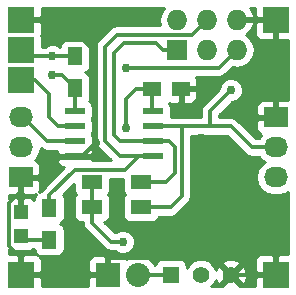
<source format=gtl>
G04 #@! TF.FileFunction,Copper,L1,Top,Signal*
%FSLAX46Y46*%
G04 Gerber Fmt 4.6, Leading zero omitted, Abs format (unit mm)*
G04 Created by KiCad (PCBNEW 4.0.2-4+6225~38~ubuntu14.04.1-stable) date Tue 03 May 2016 09:53:41 BST*
%MOMM*%
G01*
G04 APERTURE LIST*
%ADD10C,0.101600*%
%ADD11R,2.032000X1.727200*%
%ADD12O,2.032000X1.727200*%
%ADD13R,1.500000X1.250000*%
%ADD14R,1.300000X1.500000*%
%ADD15R,1.727200X1.727200*%
%ADD16O,1.727200X1.727200*%
%ADD17R,1.198880X1.198880*%
%ADD18R,2.235200X2.235200*%
%ADD19R,1.397000X1.397000*%
%ADD20C,1.397000*%
%ADD21R,1.778000X1.270000*%
%ADD22R,1.778000X0.609600*%
%ADD23R,2.032000X2.032000*%
%ADD24O,2.032000X2.032000*%
%ADD25C,0.762000*%
%ADD26C,0.304800*%
%ADD27C,0.254000*%
G04 APERTURE END LIST*
D10*
D11*
X170753000Y-73618000D03*
D12*
X170753000Y-76158000D03*
X170753000Y-78698000D03*
D11*
X149163000Y-78698000D03*
D12*
X149163000Y-76158000D03*
X149163000Y-73618000D03*
D13*
X160232000Y-71205000D03*
X162732000Y-71205000D03*
D14*
X153735000Y-71158000D03*
X153735000Y-68458000D03*
D15*
X162371000Y-67903000D03*
D16*
X162371000Y-65363000D03*
X164911000Y-67903000D03*
X164911000Y-65363000D03*
X167451000Y-67903000D03*
X167451000Y-65363000D03*
D14*
X151576000Y-81285000D03*
X151576000Y-83985000D03*
D17*
X149163000Y-83717040D03*
X149163000Y-81619000D03*
D18*
X149163000Y-86953000D03*
X170753000Y-86953000D03*
X149163000Y-65363000D03*
X170753000Y-65363000D03*
D19*
X161863000Y-86953000D03*
D20*
X164403000Y-86953000D03*
X166943000Y-86953000D03*
D21*
X155182800Y-81238000D03*
X159323000Y-81238000D03*
X155182800Y-79079000D03*
X159323000Y-79079000D03*
D22*
X160339000Y-73110000D03*
X160339000Y-74380000D03*
X160339000Y-75650000D03*
X160339000Y-76920000D03*
X153735000Y-76920000D03*
X153735000Y-75650000D03*
X153735000Y-74380000D03*
X153735000Y-73110000D03*
D18*
X149163000Y-70443000D03*
X149163000Y-67903000D03*
D23*
X156529000Y-86953000D03*
D24*
X159069000Y-86953000D03*
D25*
X164403000Y-75396000D03*
X162752000Y-73364000D03*
X155513000Y-75777000D03*
X166943000Y-71332000D03*
X158052996Y-69427000D03*
X151830000Y-70062000D03*
X151830000Y-68458000D03*
X158053000Y-74507000D03*
X157799000Y-84158994D03*
D26*
X170753000Y-86953000D02*
X170753000Y-81746000D01*
X170753000Y-81746000D02*
X164403000Y-75396000D01*
X156529000Y-86953000D02*
X156529000Y-85632200D01*
X156529000Y-85632200D02*
X156605201Y-85555999D01*
X156605201Y-85555999D02*
X165545999Y-85555999D01*
X165545999Y-85555999D02*
X166244501Y-86254501D01*
X166244501Y-86254501D02*
X166943000Y-86953000D01*
X162732000Y-71205000D02*
X162732000Y-73344000D01*
X162732000Y-73344000D02*
X162752000Y-73364000D01*
X155513000Y-75777000D02*
X155513000Y-68150198D01*
X155513000Y-68150198D02*
X152725802Y-65363000D01*
X152725802Y-65363000D02*
X150585400Y-65363000D01*
X150585400Y-65363000D02*
X149163000Y-65363000D01*
X153735000Y-76920000D02*
X154370000Y-76920000D01*
X154370000Y-76920000D02*
X155513000Y-75777000D01*
X166943000Y-86953000D02*
X170753000Y-86953000D01*
X149163000Y-78698000D02*
X150687000Y-78698000D01*
X150687000Y-78698000D02*
X152465000Y-76920000D01*
X152465000Y-76920000D02*
X153735000Y-76920000D01*
X149163000Y-86953000D02*
X149163000Y-85530600D01*
X149163000Y-79866400D02*
X149163000Y-78698000D01*
X149163000Y-85530600D02*
X148147000Y-84514600D01*
X148147000Y-84514600D02*
X148147000Y-80882400D01*
X148147000Y-80882400D02*
X149163000Y-79866400D01*
X149163000Y-81619000D02*
X149163000Y-78698000D01*
X166562001Y-71712999D02*
X166943000Y-71332000D01*
X165165000Y-73110000D02*
X166562001Y-71712999D01*
X165165000Y-74380000D02*
X165165000Y-73110000D01*
X160339000Y-74380000D02*
X165165000Y-74380000D01*
X165165000Y-74380000D02*
X166943000Y-74380000D01*
X164911000Y-67903000D02*
X164911000Y-68030000D01*
X160339000Y-74380000D02*
X162752000Y-74380000D01*
X162752000Y-74380000D02*
X162777410Y-74405410D01*
X162777410Y-74405410D02*
X162777410Y-80323590D01*
X162777410Y-80323590D02*
X161863000Y-81238000D01*
X161863000Y-81238000D02*
X159323000Y-81238000D01*
X166943000Y-74380000D02*
X168721000Y-76158000D01*
X168721000Y-76158000D02*
X170753000Y-76158000D01*
X162371000Y-67903000D02*
X161202600Y-67903000D01*
X157545000Y-75650000D02*
X159145200Y-75650000D01*
X161202600Y-67903000D02*
X160599599Y-67299999D01*
X160599599Y-67299999D02*
X157894001Y-67299999D01*
X157894001Y-67299999D02*
X157036998Y-68157002D01*
X157036998Y-68157002D02*
X157036998Y-69792762D01*
X157036998Y-69792762D02*
X157037000Y-69792764D01*
X157037000Y-69792764D02*
X157037000Y-75142000D01*
X157037000Y-75142000D02*
X157545000Y-75650000D01*
X159145200Y-75650000D02*
X160339000Y-75650000D01*
X160339000Y-75650000D02*
X161736000Y-75650000D01*
X161736000Y-75650000D02*
X162244000Y-76158000D01*
X162244000Y-76158000D02*
X162244000Y-78317000D01*
X162244000Y-78317000D02*
X161482000Y-79079000D01*
X161482000Y-79079000D02*
X159450000Y-79079000D01*
X165927000Y-69427000D02*
X158591811Y-69427000D01*
X167451000Y-67903000D02*
X165927000Y-69427000D01*
X158591811Y-69427000D02*
X158052996Y-69427000D01*
X151830000Y-70062000D02*
X152639000Y-70062000D01*
X152639000Y-70062000D02*
X153735000Y-71158000D01*
X153735000Y-71158000D02*
X153735000Y-73110000D01*
X153735000Y-71158000D02*
X153735000Y-71058000D01*
X153735000Y-75650000D02*
X151347400Y-75650000D01*
X151347400Y-75650000D02*
X149315400Y-73618000D01*
X149315400Y-73618000D02*
X149163000Y-73618000D01*
X164911000Y-65363000D02*
X163640999Y-66633001D01*
X163640999Y-66633001D02*
X157290999Y-66633001D01*
X157290999Y-66633001D02*
X156275000Y-67649000D01*
X156275000Y-67649000D02*
X156275000Y-75650000D01*
X157545000Y-76920000D02*
X160339000Y-76920000D01*
X156275000Y-75650000D02*
X157545000Y-76920000D01*
X160339000Y-76920000D02*
X159145200Y-76920000D01*
X151576000Y-80230200D02*
X151576000Y-81285000D01*
X159145200Y-76920000D02*
X158002201Y-78062999D01*
X158002201Y-78062999D02*
X153743201Y-78062999D01*
X153743201Y-78062999D02*
X151576000Y-80230200D01*
X149163000Y-70443000D02*
X150331400Y-70443000D01*
X152338000Y-74380000D02*
X153735000Y-74380000D01*
X150331400Y-70443000D02*
X151576000Y-71687600D01*
X151576000Y-71687600D02*
X151576000Y-73618000D01*
X151576000Y-73618000D02*
X152338000Y-74380000D01*
X160232000Y-71205000D02*
X160232000Y-73003000D01*
X160232000Y-73003000D02*
X160339000Y-73110000D01*
X160232000Y-71205000D02*
X158942000Y-71205000D01*
X158942000Y-71205000D02*
X158053000Y-72094000D01*
X158053000Y-72094000D02*
X158053000Y-74507000D01*
X153735000Y-68458000D02*
X151830000Y-68458000D01*
X151830000Y-68458000D02*
X149718000Y-68458000D01*
X149718000Y-68458000D02*
X149163000Y-67903000D01*
X155182800Y-81238000D02*
X155182800Y-82558800D01*
X155182800Y-82558800D02*
X156782994Y-84158994D01*
X156782994Y-84158994D02*
X157799000Y-84158994D01*
X155182800Y-79079000D02*
X155182800Y-81238000D01*
X151576000Y-83985000D02*
X149430960Y-83985000D01*
X149430960Y-83985000D02*
X149163000Y-83717040D01*
X159069000Y-86953000D02*
X161863000Y-86953000D01*
D27*
G36*
X168164224Y-76714776D02*
X168419675Y-76885463D01*
X168721000Y-76945400D01*
X169326660Y-76945400D01*
X169508585Y-77217670D01*
X169823366Y-77428000D01*
X169508585Y-77638330D01*
X169183729Y-78124511D01*
X169069655Y-78698000D01*
X169183729Y-79271489D01*
X169508585Y-79757670D01*
X169994766Y-80082526D01*
X170568255Y-80196600D01*
X170937745Y-80196600D01*
X171511234Y-80082526D01*
X171748000Y-79924324D01*
X171748000Y-85200400D01*
X171038750Y-85200400D01*
X170880000Y-85359150D01*
X170880000Y-86826000D01*
X170900000Y-86826000D01*
X170900000Y-87080000D01*
X170880000Y-87080000D01*
X170880000Y-87100000D01*
X170626000Y-87100000D01*
X170626000Y-87080000D01*
X169159150Y-87080000D01*
X169000400Y-87238750D01*
X169000400Y-87948000D01*
X167681670Y-87948000D01*
X167697583Y-87887188D01*
X166943000Y-87132605D01*
X166188417Y-87887188D01*
X166204330Y-87948000D01*
X165293764Y-87948000D01*
X165532827Y-87709353D01*
X165666314Y-87387882D01*
X165773200Y-87645929D01*
X166008812Y-87707583D01*
X166763395Y-86953000D01*
X167122605Y-86953000D01*
X167877188Y-87707583D01*
X168112800Y-87645929D01*
X168288927Y-87145520D01*
X168260148Y-86615801D01*
X168112800Y-86260071D01*
X167877188Y-86198417D01*
X167122605Y-86953000D01*
X166763395Y-86953000D01*
X166008812Y-86198417D01*
X165773200Y-86260071D01*
X165674917Y-86539312D01*
X165534146Y-86198620D01*
X165354652Y-86018812D01*
X166188417Y-86018812D01*
X166943000Y-86773395D01*
X167697583Y-86018812D01*
X167635929Y-85783200D01*
X167425369Y-85709090D01*
X169000400Y-85709090D01*
X169000400Y-86667250D01*
X169159150Y-86826000D01*
X170626000Y-86826000D01*
X170626000Y-85359150D01*
X170467250Y-85200400D01*
X169509091Y-85200400D01*
X169275702Y-85297073D01*
X169097073Y-85475701D01*
X169000400Y-85709090D01*
X167425369Y-85709090D01*
X167135520Y-85607073D01*
X166605801Y-85635852D01*
X166250071Y-85783200D01*
X166188417Y-86018812D01*
X165354652Y-86018812D01*
X165159353Y-85823173D01*
X164669413Y-85619732D01*
X164138914Y-85619269D01*
X163648620Y-85821854D01*
X163273173Y-86196647D01*
X163208940Y-86351337D01*
X163208940Y-86254500D01*
X163164662Y-86019183D01*
X163025590Y-85803059D01*
X162813390Y-85658069D01*
X162561500Y-85607060D01*
X161164500Y-85607060D01*
X160929183Y-85651338D01*
X160713059Y-85790410D01*
X160568069Y-86002610D01*
X160535063Y-86165600D01*
X160511975Y-86165600D01*
X160236433Y-85753222D01*
X159700810Y-85395330D01*
X159069000Y-85269655D01*
X158437190Y-85395330D01*
X158100999Y-85619966D01*
X158083327Y-85577302D01*
X157904699Y-85398673D01*
X157671310Y-85302000D01*
X156814750Y-85302000D01*
X156656000Y-85460750D01*
X156656000Y-86826000D01*
X156676000Y-86826000D01*
X156676000Y-87080000D01*
X156656000Y-87080000D01*
X156656000Y-87100000D01*
X156402000Y-87100000D01*
X156402000Y-87080000D01*
X155036750Y-87080000D01*
X154878000Y-87238750D01*
X154878000Y-87948000D01*
X150915600Y-87948000D01*
X150915600Y-87238750D01*
X150756850Y-87080000D01*
X149290000Y-87080000D01*
X149290000Y-87100000D01*
X149036000Y-87100000D01*
X149036000Y-87080000D01*
X149016000Y-87080000D01*
X149016000Y-86826000D01*
X149036000Y-86826000D01*
X149036000Y-85359150D01*
X148877250Y-85200400D01*
X148168000Y-85200400D01*
X148168000Y-84814746D01*
X148311670Y-84912911D01*
X148563560Y-84963920D01*
X149762440Y-84963920D01*
X149997757Y-84919642D01*
X150213881Y-84780570D01*
X150219463Y-84772400D01*
X150285597Y-84772400D01*
X150322838Y-84970317D01*
X150461910Y-85186441D01*
X150598466Y-85279745D01*
X150406909Y-85200400D01*
X149448750Y-85200400D01*
X149290000Y-85359150D01*
X149290000Y-86826000D01*
X150756850Y-86826000D01*
X150915600Y-86667250D01*
X150915600Y-85810691D01*
X154878000Y-85810691D01*
X154878000Y-86667250D01*
X155036750Y-86826000D01*
X156402000Y-86826000D01*
X156402000Y-85460750D01*
X156243250Y-85302000D01*
X155386690Y-85302000D01*
X155153301Y-85398673D01*
X154974673Y-85577302D01*
X154878000Y-85810691D01*
X150915600Y-85810691D01*
X150915600Y-85709090D01*
X150818927Y-85475701D01*
X150674795Y-85331570D01*
X150926000Y-85382440D01*
X152226000Y-85382440D01*
X152461317Y-85338162D01*
X152677441Y-85199090D01*
X152822431Y-84986890D01*
X152873440Y-84735000D01*
X152873440Y-83235000D01*
X152829162Y-82999683D01*
X152690090Y-82783559D01*
X152477890Y-82638569D01*
X152464803Y-82635919D01*
X152677441Y-82499090D01*
X152822431Y-82286890D01*
X152873440Y-82035000D01*
X152873440Y-80535000D01*
X152829162Y-80299683D01*
X152747295Y-80172457D01*
X153646360Y-79273392D01*
X153646360Y-79714000D01*
X153690638Y-79949317D01*
X153827053Y-80161311D01*
X153697369Y-80351110D01*
X153646360Y-80603000D01*
X153646360Y-81873000D01*
X153690638Y-82108317D01*
X153829710Y-82324441D01*
X154041910Y-82469431D01*
X154293800Y-82520440D01*
X154395400Y-82520440D01*
X154395400Y-82558800D01*
X154455337Y-82860125D01*
X154626024Y-83115576D01*
X156226218Y-84715770D01*
X156481669Y-84886457D01*
X156782994Y-84946394D01*
X157149438Y-84946394D01*
X157222731Y-85019815D01*
X157596018Y-85174818D01*
X158000208Y-85175170D01*
X158373766Y-85020819D01*
X158659821Y-84735263D01*
X158814824Y-84361976D01*
X158815176Y-83957786D01*
X158660825Y-83584228D01*
X158375269Y-83298173D01*
X158001982Y-83143170D01*
X157597792Y-83142818D01*
X157224234Y-83297169D01*
X157149679Y-83371594D01*
X157109146Y-83371594D01*
X156228506Y-82490954D01*
X156307117Y-82476162D01*
X156523241Y-82337090D01*
X156668231Y-82124890D01*
X156719240Y-81873000D01*
X156719240Y-80603000D01*
X156674962Y-80367683D01*
X156538547Y-80155689D01*
X156668231Y-79965890D01*
X156719240Y-79714000D01*
X156719240Y-78850399D01*
X157786560Y-78850399D01*
X157786560Y-79714000D01*
X157830838Y-79949317D01*
X157967253Y-80161311D01*
X157837569Y-80351110D01*
X157786560Y-80603000D01*
X157786560Y-81873000D01*
X157830838Y-82108317D01*
X157969910Y-82324441D01*
X158182110Y-82469431D01*
X158434000Y-82520440D01*
X160212000Y-82520440D01*
X160447317Y-82476162D01*
X160663441Y-82337090D01*
X160808431Y-82124890D01*
X160828578Y-82025400D01*
X161863000Y-82025400D01*
X162164325Y-81965463D01*
X162419776Y-81794776D01*
X163334186Y-80880366D01*
X163504873Y-80624915D01*
X163564810Y-80323590D01*
X163564810Y-75167400D01*
X166616848Y-75167400D01*
X168164224Y-76714776D01*
X168164224Y-76714776D01*
G37*
X168164224Y-76714776D02*
X168419675Y-76885463D01*
X168721000Y-76945400D01*
X169326660Y-76945400D01*
X169508585Y-77217670D01*
X169823366Y-77428000D01*
X169508585Y-77638330D01*
X169183729Y-78124511D01*
X169069655Y-78698000D01*
X169183729Y-79271489D01*
X169508585Y-79757670D01*
X169994766Y-80082526D01*
X170568255Y-80196600D01*
X170937745Y-80196600D01*
X171511234Y-80082526D01*
X171748000Y-79924324D01*
X171748000Y-85200400D01*
X171038750Y-85200400D01*
X170880000Y-85359150D01*
X170880000Y-86826000D01*
X170900000Y-86826000D01*
X170900000Y-87080000D01*
X170880000Y-87080000D01*
X170880000Y-87100000D01*
X170626000Y-87100000D01*
X170626000Y-87080000D01*
X169159150Y-87080000D01*
X169000400Y-87238750D01*
X169000400Y-87948000D01*
X167681670Y-87948000D01*
X167697583Y-87887188D01*
X166943000Y-87132605D01*
X166188417Y-87887188D01*
X166204330Y-87948000D01*
X165293764Y-87948000D01*
X165532827Y-87709353D01*
X165666314Y-87387882D01*
X165773200Y-87645929D01*
X166008812Y-87707583D01*
X166763395Y-86953000D01*
X167122605Y-86953000D01*
X167877188Y-87707583D01*
X168112800Y-87645929D01*
X168288927Y-87145520D01*
X168260148Y-86615801D01*
X168112800Y-86260071D01*
X167877188Y-86198417D01*
X167122605Y-86953000D01*
X166763395Y-86953000D01*
X166008812Y-86198417D01*
X165773200Y-86260071D01*
X165674917Y-86539312D01*
X165534146Y-86198620D01*
X165354652Y-86018812D01*
X166188417Y-86018812D01*
X166943000Y-86773395D01*
X167697583Y-86018812D01*
X167635929Y-85783200D01*
X167425369Y-85709090D01*
X169000400Y-85709090D01*
X169000400Y-86667250D01*
X169159150Y-86826000D01*
X170626000Y-86826000D01*
X170626000Y-85359150D01*
X170467250Y-85200400D01*
X169509091Y-85200400D01*
X169275702Y-85297073D01*
X169097073Y-85475701D01*
X169000400Y-85709090D01*
X167425369Y-85709090D01*
X167135520Y-85607073D01*
X166605801Y-85635852D01*
X166250071Y-85783200D01*
X166188417Y-86018812D01*
X165354652Y-86018812D01*
X165159353Y-85823173D01*
X164669413Y-85619732D01*
X164138914Y-85619269D01*
X163648620Y-85821854D01*
X163273173Y-86196647D01*
X163208940Y-86351337D01*
X163208940Y-86254500D01*
X163164662Y-86019183D01*
X163025590Y-85803059D01*
X162813390Y-85658069D01*
X162561500Y-85607060D01*
X161164500Y-85607060D01*
X160929183Y-85651338D01*
X160713059Y-85790410D01*
X160568069Y-86002610D01*
X160535063Y-86165600D01*
X160511975Y-86165600D01*
X160236433Y-85753222D01*
X159700810Y-85395330D01*
X159069000Y-85269655D01*
X158437190Y-85395330D01*
X158100999Y-85619966D01*
X158083327Y-85577302D01*
X157904699Y-85398673D01*
X157671310Y-85302000D01*
X156814750Y-85302000D01*
X156656000Y-85460750D01*
X156656000Y-86826000D01*
X156676000Y-86826000D01*
X156676000Y-87080000D01*
X156656000Y-87080000D01*
X156656000Y-87100000D01*
X156402000Y-87100000D01*
X156402000Y-87080000D01*
X155036750Y-87080000D01*
X154878000Y-87238750D01*
X154878000Y-87948000D01*
X150915600Y-87948000D01*
X150915600Y-87238750D01*
X150756850Y-87080000D01*
X149290000Y-87080000D01*
X149290000Y-87100000D01*
X149036000Y-87100000D01*
X149036000Y-87080000D01*
X149016000Y-87080000D01*
X149016000Y-86826000D01*
X149036000Y-86826000D01*
X149036000Y-85359150D01*
X148877250Y-85200400D01*
X148168000Y-85200400D01*
X148168000Y-84814746D01*
X148311670Y-84912911D01*
X148563560Y-84963920D01*
X149762440Y-84963920D01*
X149997757Y-84919642D01*
X150213881Y-84780570D01*
X150219463Y-84772400D01*
X150285597Y-84772400D01*
X150322838Y-84970317D01*
X150461910Y-85186441D01*
X150598466Y-85279745D01*
X150406909Y-85200400D01*
X149448750Y-85200400D01*
X149290000Y-85359150D01*
X149290000Y-86826000D01*
X150756850Y-86826000D01*
X150915600Y-86667250D01*
X150915600Y-85810691D01*
X154878000Y-85810691D01*
X154878000Y-86667250D01*
X155036750Y-86826000D01*
X156402000Y-86826000D01*
X156402000Y-85460750D01*
X156243250Y-85302000D01*
X155386690Y-85302000D01*
X155153301Y-85398673D01*
X154974673Y-85577302D01*
X154878000Y-85810691D01*
X150915600Y-85810691D01*
X150915600Y-85709090D01*
X150818927Y-85475701D01*
X150674795Y-85331570D01*
X150926000Y-85382440D01*
X152226000Y-85382440D01*
X152461317Y-85338162D01*
X152677441Y-85199090D01*
X152822431Y-84986890D01*
X152873440Y-84735000D01*
X152873440Y-83235000D01*
X152829162Y-82999683D01*
X152690090Y-82783559D01*
X152477890Y-82638569D01*
X152464803Y-82635919D01*
X152677441Y-82499090D01*
X152822431Y-82286890D01*
X152873440Y-82035000D01*
X152873440Y-80535000D01*
X152829162Y-80299683D01*
X152747295Y-80172457D01*
X153646360Y-79273392D01*
X153646360Y-79714000D01*
X153690638Y-79949317D01*
X153827053Y-80161311D01*
X153697369Y-80351110D01*
X153646360Y-80603000D01*
X153646360Y-81873000D01*
X153690638Y-82108317D01*
X153829710Y-82324441D01*
X154041910Y-82469431D01*
X154293800Y-82520440D01*
X154395400Y-82520440D01*
X154395400Y-82558800D01*
X154455337Y-82860125D01*
X154626024Y-83115576D01*
X156226218Y-84715770D01*
X156481669Y-84886457D01*
X156782994Y-84946394D01*
X157149438Y-84946394D01*
X157222731Y-85019815D01*
X157596018Y-85174818D01*
X158000208Y-85175170D01*
X158373766Y-85020819D01*
X158659821Y-84735263D01*
X158814824Y-84361976D01*
X158815176Y-83957786D01*
X158660825Y-83584228D01*
X158375269Y-83298173D01*
X158001982Y-83143170D01*
X157597792Y-83142818D01*
X157224234Y-83297169D01*
X157149679Y-83371594D01*
X157109146Y-83371594D01*
X156228506Y-82490954D01*
X156307117Y-82476162D01*
X156523241Y-82337090D01*
X156668231Y-82124890D01*
X156719240Y-81873000D01*
X156719240Y-80603000D01*
X156674962Y-80367683D01*
X156538547Y-80155689D01*
X156668231Y-79965890D01*
X156719240Y-79714000D01*
X156719240Y-78850399D01*
X157786560Y-78850399D01*
X157786560Y-79714000D01*
X157830838Y-79949317D01*
X157967253Y-80161311D01*
X157837569Y-80351110D01*
X157786560Y-80603000D01*
X157786560Y-81873000D01*
X157830838Y-82108317D01*
X157969910Y-82324441D01*
X158182110Y-82469431D01*
X158434000Y-82520440D01*
X160212000Y-82520440D01*
X160447317Y-82476162D01*
X160663441Y-82337090D01*
X160808431Y-82124890D01*
X160828578Y-82025400D01*
X161863000Y-82025400D01*
X162164325Y-81965463D01*
X162419776Y-81794776D01*
X163334186Y-80880366D01*
X163504873Y-80624915D01*
X163564810Y-80323590D01*
X163564810Y-75167400D01*
X166616848Y-75167400D01*
X168164224Y-76714776D01*
G36*
X160986474Y-64760152D02*
X160872400Y-65333641D01*
X160872400Y-65392359D01*
X160962555Y-65845601D01*
X157290999Y-65845601D01*
X156989674Y-65905538D01*
X156734223Y-66076225D01*
X155718224Y-67092224D01*
X155547537Y-67347675D01*
X155487600Y-67649000D01*
X155487600Y-75650000D01*
X155547537Y-75951325D01*
X155718224Y-76206776D01*
X156787047Y-77275599D01*
X155259000Y-77275599D01*
X155259000Y-77205750D01*
X155100250Y-77047000D01*
X153862000Y-77047000D01*
X153862000Y-77067000D01*
X153608000Y-77067000D01*
X153608000Y-77047000D01*
X152369750Y-77047000D01*
X152211000Y-77205750D01*
X152211000Y-77351109D01*
X152307673Y-77584498D01*
X152486301Y-77763127D01*
X152719690Y-77859800D01*
X152832848Y-77859800D01*
X151019224Y-79673424D01*
X150868973Y-79898290D01*
X150710520Y-79928105D01*
X150717327Y-79921298D01*
X150814000Y-79687909D01*
X150814000Y-78983750D01*
X150655250Y-78825000D01*
X149290000Y-78825000D01*
X149290000Y-80037850D01*
X149448750Y-80196600D01*
X150305310Y-80196600D01*
X150421588Y-80148436D01*
X150329569Y-80283110D01*
X150278560Y-80535000D01*
X150278560Y-80637655D01*
X150122139Y-80481233D01*
X149888750Y-80384560D01*
X149448750Y-80384560D01*
X149290000Y-80543310D01*
X149290000Y-81492000D01*
X149310000Y-81492000D01*
X149310000Y-81746000D01*
X149290000Y-81746000D01*
X149290000Y-81766000D01*
X149036000Y-81766000D01*
X149036000Y-81746000D01*
X149016000Y-81746000D01*
X149016000Y-81492000D01*
X149036000Y-81492000D01*
X149036000Y-80543310D01*
X148877250Y-80384560D01*
X148437250Y-80384560D01*
X148203861Y-80481233D01*
X148168000Y-80517094D01*
X148168000Y-80196600D01*
X148877250Y-80196600D01*
X149036000Y-80037850D01*
X149036000Y-78825000D01*
X149016000Y-78825000D01*
X149016000Y-78571000D01*
X149036000Y-78571000D01*
X149036000Y-78551000D01*
X149290000Y-78551000D01*
X149290000Y-78571000D01*
X150655250Y-78571000D01*
X150814000Y-78412250D01*
X150814000Y-77708091D01*
X150717327Y-77474702D01*
X150538699Y-77296073D01*
X150385220Y-77232500D01*
X150407415Y-77217670D01*
X150732271Y-76731489D01*
X150831244Y-76233917D01*
X151046075Y-76377463D01*
X151347400Y-76437400D01*
X152232328Y-76437400D01*
X152211000Y-76488891D01*
X152211000Y-76634250D01*
X152369750Y-76793000D01*
X153608000Y-76793000D01*
X153608000Y-76773000D01*
X153862000Y-76773000D01*
X153862000Y-76793000D01*
X155100250Y-76793000D01*
X155259000Y-76634250D01*
X155259000Y-76488891D01*
X155171669Y-76278056D01*
X155220431Y-76206690D01*
X155271440Y-75954800D01*
X155271440Y-75345200D01*
X155227162Y-75109883D01*
X155166503Y-75015616D01*
X155220431Y-74936690D01*
X155271440Y-74684800D01*
X155271440Y-74075200D01*
X155227162Y-73839883D01*
X155166503Y-73745616D01*
X155220431Y-73666690D01*
X155271440Y-73414800D01*
X155271440Y-72805200D01*
X155227162Y-72569883D01*
X155088090Y-72353759D01*
X154925072Y-72242374D01*
X154981431Y-72159890D01*
X155032440Y-71908000D01*
X155032440Y-70408000D01*
X154988162Y-70172683D01*
X154849090Y-69956559D01*
X154636890Y-69811569D01*
X154623803Y-69808919D01*
X154836441Y-69672090D01*
X154981431Y-69459890D01*
X155032440Y-69208000D01*
X155032440Y-67708000D01*
X154988162Y-67472683D01*
X154849090Y-67256559D01*
X154636890Y-67111569D01*
X154385000Y-67060560D01*
X153085000Y-67060560D01*
X152849683Y-67104838D01*
X152633559Y-67243910D01*
X152488569Y-67456110D01*
X152450940Y-67641928D01*
X152406269Y-67597179D01*
X152032982Y-67442176D01*
X151628792Y-67441824D01*
X151255234Y-67596175D01*
X151180679Y-67670600D01*
X150928040Y-67670600D01*
X150928040Y-66785400D01*
X150901060Y-66642013D01*
X150915600Y-66606910D01*
X150915600Y-65648750D01*
X150756850Y-65490000D01*
X149290000Y-65490000D01*
X149290000Y-65510000D01*
X149036000Y-65510000D01*
X149036000Y-65490000D01*
X149016000Y-65490000D01*
X149016000Y-65236000D01*
X149036000Y-65236000D01*
X149036000Y-65216000D01*
X149290000Y-65216000D01*
X149290000Y-65236000D01*
X150756850Y-65236000D01*
X150915600Y-65077250D01*
X150915600Y-64368000D01*
X161248502Y-64368000D01*
X160986474Y-64760152D01*
X160986474Y-64760152D01*
G37*
X160986474Y-64760152D02*
X160872400Y-65333641D01*
X160872400Y-65392359D01*
X160962555Y-65845601D01*
X157290999Y-65845601D01*
X156989674Y-65905538D01*
X156734223Y-66076225D01*
X155718224Y-67092224D01*
X155547537Y-67347675D01*
X155487600Y-67649000D01*
X155487600Y-75650000D01*
X155547537Y-75951325D01*
X155718224Y-76206776D01*
X156787047Y-77275599D01*
X155259000Y-77275599D01*
X155259000Y-77205750D01*
X155100250Y-77047000D01*
X153862000Y-77047000D01*
X153862000Y-77067000D01*
X153608000Y-77067000D01*
X153608000Y-77047000D01*
X152369750Y-77047000D01*
X152211000Y-77205750D01*
X152211000Y-77351109D01*
X152307673Y-77584498D01*
X152486301Y-77763127D01*
X152719690Y-77859800D01*
X152832848Y-77859800D01*
X151019224Y-79673424D01*
X150868973Y-79898290D01*
X150710520Y-79928105D01*
X150717327Y-79921298D01*
X150814000Y-79687909D01*
X150814000Y-78983750D01*
X150655250Y-78825000D01*
X149290000Y-78825000D01*
X149290000Y-80037850D01*
X149448750Y-80196600D01*
X150305310Y-80196600D01*
X150421588Y-80148436D01*
X150329569Y-80283110D01*
X150278560Y-80535000D01*
X150278560Y-80637655D01*
X150122139Y-80481233D01*
X149888750Y-80384560D01*
X149448750Y-80384560D01*
X149290000Y-80543310D01*
X149290000Y-81492000D01*
X149310000Y-81492000D01*
X149310000Y-81746000D01*
X149290000Y-81746000D01*
X149290000Y-81766000D01*
X149036000Y-81766000D01*
X149036000Y-81746000D01*
X149016000Y-81746000D01*
X149016000Y-81492000D01*
X149036000Y-81492000D01*
X149036000Y-80543310D01*
X148877250Y-80384560D01*
X148437250Y-80384560D01*
X148203861Y-80481233D01*
X148168000Y-80517094D01*
X148168000Y-80196600D01*
X148877250Y-80196600D01*
X149036000Y-80037850D01*
X149036000Y-78825000D01*
X149016000Y-78825000D01*
X149016000Y-78571000D01*
X149036000Y-78571000D01*
X149036000Y-78551000D01*
X149290000Y-78551000D01*
X149290000Y-78571000D01*
X150655250Y-78571000D01*
X150814000Y-78412250D01*
X150814000Y-77708091D01*
X150717327Y-77474702D01*
X150538699Y-77296073D01*
X150385220Y-77232500D01*
X150407415Y-77217670D01*
X150732271Y-76731489D01*
X150831244Y-76233917D01*
X151046075Y-76377463D01*
X151347400Y-76437400D01*
X152232328Y-76437400D01*
X152211000Y-76488891D01*
X152211000Y-76634250D01*
X152369750Y-76793000D01*
X153608000Y-76793000D01*
X153608000Y-76773000D01*
X153862000Y-76773000D01*
X153862000Y-76793000D01*
X155100250Y-76793000D01*
X155259000Y-76634250D01*
X155259000Y-76488891D01*
X155171669Y-76278056D01*
X155220431Y-76206690D01*
X155271440Y-75954800D01*
X155271440Y-75345200D01*
X155227162Y-75109883D01*
X155166503Y-75015616D01*
X155220431Y-74936690D01*
X155271440Y-74684800D01*
X155271440Y-74075200D01*
X155227162Y-73839883D01*
X155166503Y-73745616D01*
X155220431Y-73666690D01*
X155271440Y-73414800D01*
X155271440Y-72805200D01*
X155227162Y-72569883D01*
X155088090Y-72353759D01*
X154925072Y-72242374D01*
X154981431Y-72159890D01*
X155032440Y-71908000D01*
X155032440Y-70408000D01*
X154988162Y-70172683D01*
X154849090Y-69956559D01*
X154636890Y-69811569D01*
X154623803Y-69808919D01*
X154836441Y-69672090D01*
X154981431Y-69459890D01*
X155032440Y-69208000D01*
X155032440Y-67708000D01*
X154988162Y-67472683D01*
X154849090Y-67256559D01*
X154636890Y-67111569D01*
X154385000Y-67060560D01*
X153085000Y-67060560D01*
X152849683Y-67104838D01*
X152633559Y-67243910D01*
X152488569Y-67456110D01*
X152450940Y-67641928D01*
X152406269Y-67597179D01*
X152032982Y-67442176D01*
X151628792Y-67441824D01*
X151255234Y-67596175D01*
X151180679Y-67670600D01*
X150928040Y-67670600D01*
X150928040Y-66785400D01*
X150901060Y-66642013D01*
X150915600Y-66606910D01*
X150915600Y-65648750D01*
X150756850Y-65490000D01*
X149290000Y-65490000D01*
X149290000Y-65510000D01*
X149036000Y-65510000D01*
X149036000Y-65490000D01*
X149016000Y-65490000D01*
X149016000Y-65236000D01*
X149036000Y-65236000D01*
X149036000Y-65216000D01*
X149290000Y-65216000D01*
X149290000Y-65236000D01*
X150756850Y-65236000D01*
X150915600Y-65077250D01*
X150915600Y-64368000D01*
X161248502Y-64368000D01*
X160986474Y-64760152D01*
G36*
X169000400Y-65077250D02*
X169159150Y-65236000D01*
X170626000Y-65236000D01*
X170626000Y-65216000D01*
X170880000Y-65216000D01*
X170880000Y-65236000D01*
X170900000Y-65236000D01*
X170900000Y-65490000D01*
X170880000Y-65490000D01*
X170880000Y-66956850D01*
X171038750Y-67115600D01*
X171748000Y-67115600D01*
X171748000Y-72119400D01*
X171038750Y-72119400D01*
X170880000Y-72278150D01*
X170880000Y-73491000D01*
X170900000Y-73491000D01*
X170900000Y-73745000D01*
X170880000Y-73745000D01*
X170880000Y-73765000D01*
X170626000Y-73765000D01*
X170626000Y-73745000D01*
X169260750Y-73745000D01*
X169102000Y-73903750D01*
X169102000Y-74607909D01*
X169198673Y-74841298D01*
X169377301Y-75019927D01*
X169530780Y-75083500D01*
X169508585Y-75098330D01*
X169326660Y-75370600D01*
X169047152Y-75370600D01*
X167499776Y-73823224D01*
X167244325Y-73652537D01*
X166943000Y-73592600D01*
X165952400Y-73592600D01*
X165952400Y-73436152D01*
X166760461Y-72628091D01*
X169102000Y-72628091D01*
X169102000Y-73332250D01*
X169260750Y-73491000D01*
X170626000Y-73491000D01*
X170626000Y-72278150D01*
X170467250Y-72119400D01*
X169610690Y-72119400D01*
X169377301Y-72216073D01*
X169198673Y-72394702D01*
X169102000Y-72628091D01*
X166760461Y-72628091D01*
X167040466Y-72348086D01*
X167144208Y-72348176D01*
X167517766Y-72193825D01*
X167803821Y-71908269D01*
X167958824Y-71534982D01*
X167959176Y-71130792D01*
X167804825Y-70757234D01*
X167519269Y-70471179D01*
X167145982Y-70316176D01*
X166741792Y-70315824D01*
X166368234Y-70470175D01*
X166082179Y-70755731D01*
X165927176Y-71129018D01*
X165927084Y-71234364D01*
X164608224Y-72553224D01*
X164437537Y-72808675D01*
X164377600Y-73110000D01*
X164377600Y-73592600D01*
X161839435Y-73592600D01*
X161875440Y-73414800D01*
X161875440Y-72805200D01*
X161831162Y-72569883D01*
X161730232Y-72413033D01*
X161855691Y-72465000D01*
X162446250Y-72465000D01*
X162605000Y-72306250D01*
X162605000Y-71332000D01*
X162859000Y-71332000D01*
X162859000Y-72306250D01*
X163017750Y-72465000D01*
X163608309Y-72465000D01*
X163841698Y-72368327D01*
X164020327Y-72189699D01*
X164117000Y-71956310D01*
X164117000Y-71490750D01*
X163958250Y-71332000D01*
X162859000Y-71332000D01*
X162605000Y-71332000D01*
X162585000Y-71332000D01*
X162585000Y-71078000D01*
X162605000Y-71078000D01*
X162605000Y-71058000D01*
X162859000Y-71058000D01*
X162859000Y-71078000D01*
X163958250Y-71078000D01*
X164117000Y-70919250D01*
X164117000Y-70453690D01*
X164020327Y-70220301D01*
X164014426Y-70214400D01*
X165927000Y-70214400D01*
X166228325Y-70154463D01*
X166483776Y-69983776D01*
X167105348Y-69362204D01*
X167451000Y-69430959D01*
X168024489Y-69316885D01*
X168510670Y-68992029D01*
X168835526Y-68505848D01*
X168949600Y-67932359D01*
X168949600Y-67873641D01*
X168835526Y-67300152D01*
X168510670Y-66813971D01*
X168239839Y-66633008D01*
X168657821Y-66251490D01*
X168905968Y-65722027D01*
X168867913Y-65648750D01*
X169000400Y-65648750D01*
X169000400Y-66606910D01*
X169097073Y-66840299D01*
X169275702Y-67018927D01*
X169509091Y-67115600D01*
X170467250Y-67115600D01*
X170626000Y-66956850D01*
X170626000Y-65490000D01*
X169159150Y-65490000D01*
X169000400Y-65648750D01*
X168867913Y-65648750D01*
X168785469Y-65490000D01*
X167578000Y-65490000D01*
X167578000Y-65510000D01*
X167324000Y-65510000D01*
X167324000Y-65490000D01*
X167304000Y-65490000D01*
X167304000Y-65236000D01*
X167324000Y-65236000D01*
X167324000Y-65216000D01*
X167578000Y-65216000D01*
X167578000Y-65236000D01*
X168785469Y-65236000D01*
X168905968Y-65003973D01*
X168657821Y-64474510D01*
X168541131Y-64368000D01*
X169000400Y-64368000D01*
X169000400Y-65077250D01*
X169000400Y-65077250D01*
G37*
X169000400Y-65077250D02*
X169159150Y-65236000D01*
X170626000Y-65236000D01*
X170626000Y-65216000D01*
X170880000Y-65216000D01*
X170880000Y-65236000D01*
X170900000Y-65236000D01*
X170900000Y-65490000D01*
X170880000Y-65490000D01*
X170880000Y-66956850D01*
X171038750Y-67115600D01*
X171748000Y-67115600D01*
X171748000Y-72119400D01*
X171038750Y-72119400D01*
X170880000Y-72278150D01*
X170880000Y-73491000D01*
X170900000Y-73491000D01*
X170900000Y-73745000D01*
X170880000Y-73745000D01*
X170880000Y-73765000D01*
X170626000Y-73765000D01*
X170626000Y-73745000D01*
X169260750Y-73745000D01*
X169102000Y-73903750D01*
X169102000Y-74607909D01*
X169198673Y-74841298D01*
X169377301Y-75019927D01*
X169530780Y-75083500D01*
X169508585Y-75098330D01*
X169326660Y-75370600D01*
X169047152Y-75370600D01*
X167499776Y-73823224D01*
X167244325Y-73652537D01*
X166943000Y-73592600D01*
X165952400Y-73592600D01*
X165952400Y-73436152D01*
X166760461Y-72628091D01*
X169102000Y-72628091D01*
X169102000Y-73332250D01*
X169260750Y-73491000D01*
X170626000Y-73491000D01*
X170626000Y-72278150D01*
X170467250Y-72119400D01*
X169610690Y-72119400D01*
X169377301Y-72216073D01*
X169198673Y-72394702D01*
X169102000Y-72628091D01*
X166760461Y-72628091D01*
X167040466Y-72348086D01*
X167144208Y-72348176D01*
X167517766Y-72193825D01*
X167803821Y-71908269D01*
X167958824Y-71534982D01*
X167959176Y-71130792D01*
X167804825Y-70757234D01*
X167519269Y-70471179D01*
X167145982Y-70316176D01*
X166741792Y-70315824D01*
X166368234Y-70470175D01*
X166082179Y-70755731D01*
X165927176Y-71129018D01*
X165927084Y-71234364D01*
X164608224Y-72553224D01*
X164437537Y-72808675D01*
X164377600Y-73110000D01*
X164377600Y-73592600D01*
X161839435Y-73592600D01*
X161875440Y-73414800D01*
X161875440Y-72805200D01*
X161831162Y-72569883D01*
X161730232Y-72413033D01*
X161855691Y-72465000D01*
X162446250Y-72465000D01*
X162605000Y-72306250D01*
X162605000Y-71332000D01*
X162859000Y-71332000D01*
X162859000Y-72306250D01*
X163017750Y-72465000D01*
X163608309Y-72465000D01*
X163841698Y-72368327D01*
X164020327Y-72189699D01*
X164117000Y-71956310D01*
X164117000Y-71490750D01*
X163958250Y-71332000D01*
X162859000Y-71332000D01*
X162605000Y-71332000D01*
X162585000Y-71332000D01*
X162585000Y-71078000D01*
X162605000Y-71078000D01*
X162605000Y-71058000D01*
X162859000Y-71058000D01*
X162859000Y-71078000D01*
X163958250Y-71078000D01*
X164117000Y-70919250D01*
X164117000Y-70453690D01*
X164020327Y-70220301D01*
X164014426Y-70214400D01*
X165927000Y-70214400D01*
X166228325Y-70154463D01*
X166483776Y-69983776D01*
X167105348Y-69362204D01*
X167451000Y-69430959D01*
X168024489Y-69316885D01*
X168510670Y-68992029D01*
X168835526Y-68505848D01*
X168949600Y-67932359D01*
X168949600Y-67873641D01*
X168835526Y-67300152D01*
X168510670Y-66813971D01*
X168239839Y-66633008D01*
X168657821Y-66251490D01*
X168905968Y-65722027D01*
X168867913Y-65648750D01*
X169000400Y-65648750D01*
X169000400Y-66606910D01*
X169097073Y-66840299D01*
X169275702Y-67018927D01*
X169509091Y-67115600D01*
X170467250Y-67115600D01*
X170626000Y-66956850D01*
X170626000Y-65490000D01*
X169159150Y-65490000D01*
X169000400Y-65648750D01*
X168867913Y-65648750D01*
X168785469Y-65490000D01*
X167578000Y-65490000D01*
X167578000Y-65510000D01*
X167324000Y-65510000D01*
X167324000Y-65490000D01*
X167304000Y-65490000D01*
X167304000Y-65236000D01*
X167324000Y-65236000D01*
X167324000Y-65216000D01*
X167578000Y-65216000D01*
X167578000Y-65236000D01*
X168785469Y-65236000D01*
X168905968Y-65003973D01*
X168657821Y-64474510D01*
X168541131Y-64368000D01*
X169000400Y-64368000D01*
X169000400Y-65077250D01*
M02*

</source>
